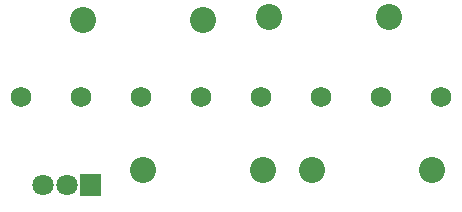
<source format=gts>
G04 Layer: TopSolderMaskLayer*
G04 EasyEDA v6.4.5, 2020-09-10T16:32:17+00:00*
G04 8311660e1345463fb4ee0ea210310b8d,b97ca10cbf7f413284ca0e80e24dcd20,10*
G04 Gerber Generator version 0.2*
G04 Scale: 100 percent, Rotated: No, Reflected: No *
G04 Dimensions in inches *
G04 leading zeros omitted , absolute positions ,2 integer and 4 decimal *
%FSLAX24Y24*%
%MOIN*%
G90*
G70D02*

%ADD18C,0.086740*%
%ADD19C,0.068000*%
%ADD20C,0.070992*%

%LPD*%
G54D18*
G01X14200Y1500D03*
G01X10200Y1500D03*
G01X12750Y6600D03*
G01X8750Y6600D03*
G01X6550Y6500D03*
G01X2550Y6500D03*
G54D19*
G01X500Y3950D03*
G01X2500Y3950D03*
G01X4500Y3950D03*
G01X6500Y3950D03*
G01X8500Y3950D03*
G01X10500Y3950D03*
G01X12500Y3950D03*
G01X14500Y3950D03*
G54D20*
G01X1236Y1009D03*
G01X2025Y1009D03*
G36*
G01X2457Y638D02*
G01X2457Y1378D01*
G01X3167Y1378D01*
G01X3167Y638D01*
G01X2457Y638D01*
G37*
G54D18*
G01X8550Y1500D03*
G01X4550Y1500D03*
M00*
M02*

</source>
